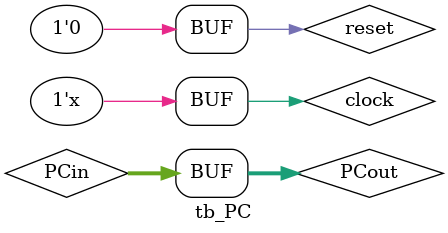
<source format=v>
module tb_PC;

	reg clock, reset;
	reg [31:0] PCin;
	
	wire [31:0] PCout;

PC dut(.clock(clock),.reset(reset),.PCin(PCin),.PCout(PCout));

initial clock=0;
always #5 clock=~clock;

initial begin

#10 reset=1 ;

#10 reset=0;PCin=PCout;

#10 reset=0;PCin=PCout;


end
	

endmodule

</source>
